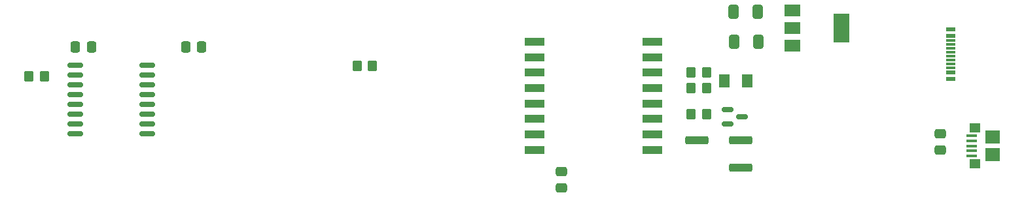
<source format=gbr>
%TF.GenerationSoftware,KiCad,Pcbnew,(6.0.6-0)*%
%TF.CreationDate,2022-07-18T23:29:11+08:00*%
%TF.ProjectId,main,6d61696e-2e6b-4696-9361-645f70636258,rev?*%
%TF.SameCoordinates,Original*%
%TF.FileFunction,Paste,Top*%
%TF.FilePolarity,Positive*%
%FSLAX46Y46*%
G04 Gerber Fmt 4.6, Leading zero omitted, Abs format (unit mm)*
G04 Created by KiCad (PCBNEW (6.0.6-0)) date 2022-07-18 23:29:11*
%MOMM*%
%LPD*%
G01*
G04 APERTURE LIST*
G04 Aperture macros list*
%AMRoundRect*
0 Rectangle with rounded corners*
0 $1 Rounding radius*
0 $2 $3 $4 $5 $6 $7 $8 $9 X,Y pos of 4 corners*
0 Add a 4 corners polygon primitive as box body*
4,1,4,$2,$3,$4,$5,$6,$7,$8,$9,$2,$3,0*
0 Add four circle primitives for the rounded corners*
1,1,$1+$1,$2,$3*
1,1,$1+$1,$4,$5*
1,1,$1+$1,$6,$7*
1,1,$1+$1,$8,$9*
0 Add four rect primitives between the rounded corners*
20,1,$1+$1,$2,$3,$4,$5,0*
20,1,$1+$1,$4,$5,$6,$7,0*
20,1,$1+$1,$6,$7,$8,$9,0*
20,1,$1+$1,$8,$9,$2,$3,0*%
G04 Aperture macros list end*
%ADD10R,2.000000X1.500000*%
%ADD11R,2.000000X3.800000*%
%ADD12RoundRect,0.250000X-0.412500X-0.650000X0.412500X-0.650000X0.412500X0.650000X-0.412500X0.650000X0*%
%ADD13R,2.500000X1.000000*%
%ADD14RoundRect,0.250000X0.337500X0.475000X-0.337500X0.475000X-0.337500X-0.475000X0.337500X-0.475000X0*%
%ADD15RoundRect,0.250000X-0.350000X-0.450000X0.350000X-0.450000X0.350000X0.450000X-0.350000X0.450000X0*%
%ADD16RoundRect,0.250000X0.350000X0.450000X-0.350000X0.450000X-0.350000X-0.450000X0.350000X-0.450000X0*%
%ADD17RoundRect,0.150000X-0.587500X-0.150000X0.587500X-0.150000X0.587500X0.150000X-0.587500X0.150000X0*%
%ADD18RoundRect,0.250000X0.475000X-0.337500X0.475000X0.337500X-0.475000X0.337500X-0.475000X-0.337500X0*%
%ADD19R,1.400000X0.400000*%
%ADD20R,1.450000X1.150000*%
%ADD21R,1.900000X1.750000*%
%ADD22R,1.160000X0.600000*%
%ADD23R,1.160000X0.300000*%
%ADD24RoundRect,0.150000X-0.875000X-0.150000X0.875000X-0.150000X0.875000X0.150000X-0.875000X0.150000X0*%
%ADD25RoundRect,0.275000X-1.225000X-0.275000X1.225000X-0.275000X1.225000X0.275000X-1.225000X0.275000X0*%
%ADD26RoundRect,0.250001X-0.462499X-0.624999X0.462499X-0.624999X0.462499X0.624999X-0.462499X0.624999X0*%
G04 APERTURE END LIST*
D10*
%TO.C,U3*%
X146650000Y-56000000D03*
D11*
X152950000Y-58300000D03*
D10*
X146650000Y-58300000D03*
X146650000Y-60600000D03*
%TD*%
D12*
%TO.C,C4*%
X139037500Y-56200000D03*
X142162500Y-56200000D03*
%TD*%
D13*
%TO.C,U1*%
X113300000Y-60100000D03*
X113300000Y-62100000D03*
X113300000Y-64100000D03*
X113300000Y-66100000D03*
X113300000Y-68100000D03*
X113300000Y-70100000D03*
X113300000Y-72100000D03*
X113300000Y-74100000D03*
X128500000Y-74100000D03*
X128500000Y-72100000D03*
X128500000Y-70100000D03*
X128500000Y-68100000D03*
X128500000Y-66100000D03*
X128500000Y-64100000D03*
X128500000Y-62100000D03*
X128500000Y-60100000D03*
%TD*%
D14*
%TO.C,C6*%
X70200000Y-60800000D03*
X68125000Y-60800000D03*
%TD*%
D15*
%TO.C,R2*%
X133500000Y-69500000D03*
X135500000Y-69500000D03*
%TD*%
D16*
%TO.C,R4*%
X135500000Y-64100000D03*
X133500000Y-64100000D03*
%TD*%
D15*
%TO.C,R5*%
X90300000Y-63200000D03*
X92300000Y-63200000D03*
%TD*%
D16*
%TO.C,R3*%
X135500000Y-66100000D03*
X133500000Y-66100000D03*
%TD*%
D17*
%TO.C,Q1*%
X138212500Y-68850000D03*
X138212500Y-70750000D03*
X140087500Y-69800000D03*
%TD*%
D15*
%TO.C,R1*%
X47850000Y-64600000D03*
X49850000Y-64600000D03*
%TD*%
D18*
%TO.C,C1*%
X116700000Y-79037500D03*
X116700000Y-76962500D03*
%TD*%
D19*
%TO.C,J2*%
X169850000Y-74900000D03*
X169850000Y-74250000D03*
X169850000Y-73600000D03*
X169850000Y-72950000D03*
X169850000Y-72300000D03*
D20*
X170270000Y-75920000D03*
D21*
X172500000Y-74725000D03*
D20*
X170270000Y-71280000D03*
D21*
X172500000Y-72475000D03*
%TD*%
D22*
%TO.C,J1*%
X167115000Y-64900000D03*
X167115000Y-64100000D03*
D23*
X167115000Y-62950000D03*
X167115000Y-61950000D03*
X167115000Y-61450000D03*
X167115000Y-60450000D03*
D22*
X167115000Y-59300000D03*
X167115000Y-58500000D03*
X167115000Y-58500000D03*
X167115000Y-59300000D03*
D23*
X167115000Y-59950000D03*
X167115000Y-60950000D03*
X167115000Y-62450000D03*
X167115000Y-63450000D03*
D22*
X167115000Y-64100000D03*
X167115000Y-64900000D03*
%TD*%
D18*
%TO.C,C2*%
X165800000Y-74137500D03*
X165800000Y-72062500D03*
%TD*%
D24*
%TO.C,U2*%
X53850000Y-63155000D03*
X53850000Y-64425000D03*
X53850000Y-65695000D03*
X53850000Y-66965000D03*
X53850000Y-68235000D03*
X53850000Y-69505000D03*
X53850000Y-70775000D03*
X53850000Y-72045000D03*
X63150000Y-72045000D03*
X63150000Y-70775000D03*
X63150000Y-69505000D03*
X63150000Y-68235000D03*
X63150000Y-66965000D03*
X63150000Y-65695000D03*
X63150000Y-64425000D03*
X63150000Y-63155000D03*
%TD*%
D25*
%TO.C,BZ1*%
X134295000Y-72905000D03*
X139895000Y-72905000D03*
X139895000Y-76405000D03*
%TD*%
D26*
%TO.C,D1*%
X137850000Y-65150000D03*
X140825000Y-65150000D03*
%TD*%
D12*
%TO.C,C3*%
X139075000Y-60100000D03*
X142200000Y-60100000D03*
%TD*%
D14*
%TO.C,C5*%
X55937500Y-60800000D03*
X53862500Y-60800000D03*
%TD*%
M02*

</source>
